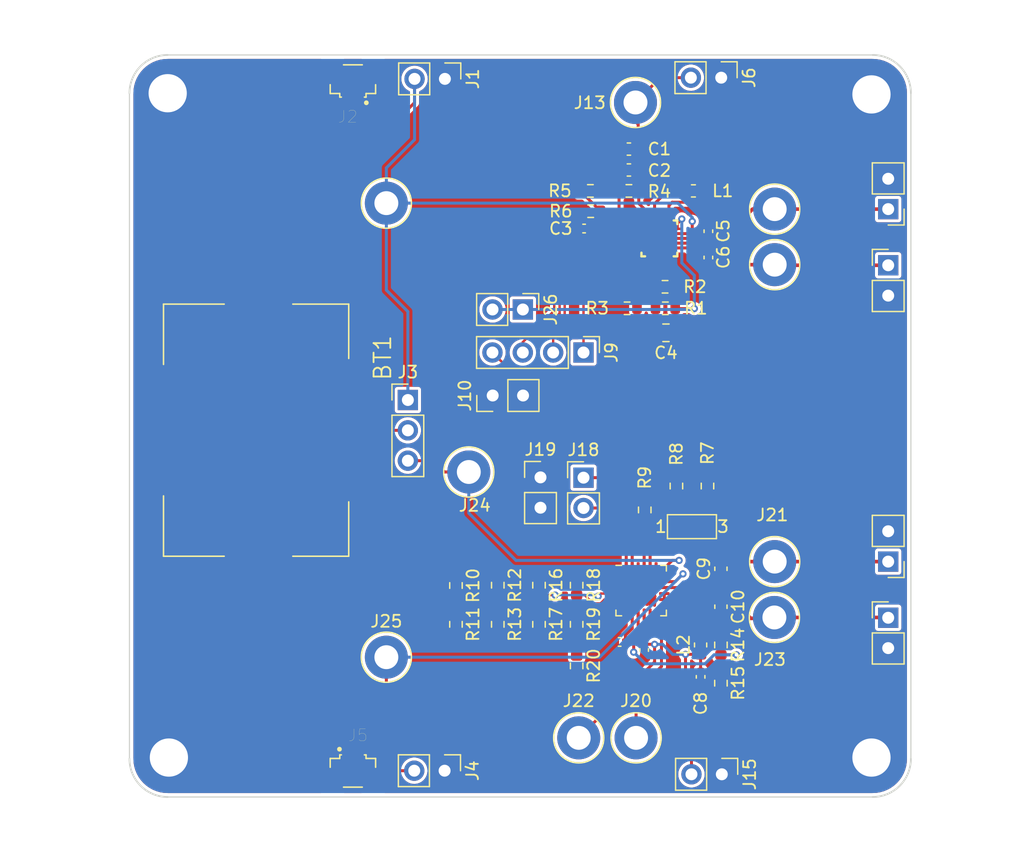
<source format=kicad_pcb>
(kicad_pcb (version 20211014) (generator pcbnew)
  (title_block (date "2022-08-19") (rev "1.0"))
  (layers (0 "F.Cu" signal) (31 "B.Cu" signal) (34 "B.Paste" user) (35 "F.Paste" user) (36 "B.SilkS" user "B.Silkscreen") (37 "F.SilkS" user "F.Silkscreen") (38 "B.Mask" user) (39 "F.Mask" user) (44 "Edge.Cuts" user))
  (net 0 "")
  (net 1 "GND")
  (net 2 "Net-(BT1-PadP1)")
  (net 3 "/SPV1050TTR/PV_MODULE")
  (net 4 "Net-(C3-Pad1)")
  (net 5 "/SPV1050TTR/STORE")
  (net 6 "/SPV1050TTR/Vout_3V3")
  (net 7 "/SPV1050TTR/Vout_1V8")
  (net 8 "Net-(C7-Pad1)")
  (net 9 "/ADP5091/SolarPanel")
  (net 10 "/ADP5091/Vout(MCU)")
  (net 11 "/ADP5091/Vout(Sens)")
  (net 12 "Net-(U2-Pad20)")
  (net 13 "/BatteryConnectors/BATT_SPV1050")
  (net 15 "/ADP5091/BACKUP-BATT_ADP5091")
  (net 16 "/ADP5091/BATT_ADP5091")
  (net 18 "/SPV1050TTR/BATT_OK")
  (net 19 "/SPV1050TTR/BATT_CHG")
  (net 20 "/SPV1050TTR/LDO_EN_1V8")
  (net 21 "/SPV1050TTR/LDO_EN_3V3")
  (net 22 "/ADP5091/REG_D1")
  (net 23 "/ADP5091/REG_D0")
  (net 24 "/ADP5091/LLD")
  (net 25 "Net-(JP1-Pad3)")
  (net 26 "Net-(JP1-Pad1)")
  (net 27 "Net-(L1-Pad1)")
  (net 28 "Net-(L1-Pad2)")
  (net 29 "Net-(L2-Pad2)")
  (net 30 "Net-(R1-Pad2)")
  (net 31 "Net-(R2-Pad2)")
  (net 32 "Net-(R4-Pad2)")
  (net 33 "Net-(R5-Pad2)")
  (net 34 "Net-(R9-Pad1)")
  (net 35 "Net-(R10-Pad1)")
  (net 36 "Net-(R10-Pad2)")
  (net 37 "Net-(R12-Pad2)")
  (net 38 "Net-(R14-Pad2)")
  (net 39 "Net-(R16-Pad2)")
  (net 40 "Net-(R18-Pad2)")
  (net 41 "Net-(R19-Pad2)")
  (footprint "MountingHole:MountingHole_3.2mm_M3_ISO14580_Pad" (layer "F.Cu") (at 94.2 62.8)
    (fp_text reference "H1" hide)
    (fp_text value "M3 - ISO14580")
  )
  (footprint "Resistor_SMD:R_0603_1608Metric" (layer "F.Cu") (at 121.825 107.25 -90)
    (fp_text reference "R13")
    (fp_text value "3.3M")
  )
  (footprint "TestPoint:TestPoint_Loop_D3.80mm_Drill2.0mm" (layer "F.Cu") (at 145 102)
    (fp_text reference "J21")
    (fp_text value "TestPoint - Red")
  )
  (footprint "Package_CSP:LFCSP-24-1EP_4x4mm_P0.5mm_EP2.3x2.3mm" (layer "F.Cu") (at 133.825 104.425)
    (fp_text reference "U2" hide)
    (fp_text value "ADP5091")
  )
  (footprint "Connector_PinHeader_2.54mm:PinHeader_1x02_P2.54mm_Vertical" (layer "F.Cu") (at 125.4 94.95)
    (fp_text reference "J19")
    (fp_text value "Conn_01x02")
  )
  (footprint "TestPoint:TestPoint_Loop_D3.80mm_Drill2.0mm" (layer "F.Cu") (at 145 77.15)
    (fp_text reference "J14" hide)
    (fp_text value "TestPoint - Orange")
  )
  (footprint "Resistor_SMD:R_0603_1608Metric" (layer "F.Cu") (at 121.825 103.975 -90)
    (fp_text reference "R12")
    (fp_text value "6.65M")
  )
  (footprint "KicadLibrary:JST_SM02B-SURS-TF(LF)(SN)" (layer "F.Cu") (at 109.7 62.875 180)
    (fp_text reference "J2")
    (fp_text value "JST_SM02B")
  )
  (footprint "Resistor_SMD:R_0603_1608Metric" (layer "F.Cu") (at 135.825 79 180)
    (fp_text reference "R2")
    (fp_text value "500K")
  )
  (footprint "TestPoint:TestPoint_Loop_D3.80mm_Drill2.0mm" (layer "F.Cu") (at 128.6 116.75)
    (fp_text reference "J22")
    (fp_text value "TestPoint - Purple")
  )
  (footprint "lib:BAT_BAT-HLD-001-TR" (layer "F.Cu") (at 101.8 91 -90)
    (fp_text reference "BT1")
    (fp_text value "BAT-HLD-001-TR")
  )
  (footprint "Connector_PinHeader_2.54mm:PinHeader_1x02_P2.54mm_Vertical" (layer "F.Cu") (at 154.5 77.2)
    (fp_text reference "J7" hide)
    (fp_text value "1V8")
  )
  (footprint "Connector_PinHeader_2.54mm:PinHeader_1x04_P2.54mm_Vertical" (layer "F.Cu") (at 129 84.5 -90)
    (fp_text reference "J9")
    (fp_text value "Conn_01x04")
  )
  (footprint "Capacitor_SMD:C_0603_1608Metric" (layer "F.Cu") (at 132.8 67.475 180)
    (fp_text reference "C1")
    (fp_text value "4.7uF/25V")
  )
  (footprint "Resistor_SMD:R_0603_1608Metric" (layer "F.Cu") (at 132.65 80.8 180)
    (fp_text reference "R3")
    (fp_text value "2.7M")
  )
  (footprint "Connector_PinHeader_2.54mm:PinHeader_1x02_P2.54mm_Vertical" (layer "F.Cu") (at 117.375 119.5 -90)
    (fp_text reference "J4")
    (fp_text value "Conn_LiPoBattery")
  )
  (footprint "Connector_PinHeader_2.54mm:PinHeader_1x02_P2.54mm_Vertical" (layer "F.Cu") (at 154.5 102 180)
    (fp_text reference "J16" hide)
    (fp_text value "Vout1")
  )
  (footprint "Capacitor_SMD:C_0402_1005Metric" (layer "F.Cu") (at 139.45 76.55 -90)
    (fp_text reference "C6")
    (fp_text value "100nF")
  )
  (footprint "TestPoint:TestPoint_Loop_D3.80mm_Drill2.0mm" (layer "F.Cu") (at 112.5 110)
    (fp_text reference "J25")
    (fp_text value "TestPoint - Black")
  )
  (footprint "Connector_PinHeader_2.54mm:PinHeader_1x02_P2.54mm_Vertical" (layer "F.Cu") (at 123.925 80.9 -90)
    (fp_text reference "J26")
    (fp_text value "Conn_01x02")
  )
  (footprint "TestPoint:TestPoint_Loop_D3.80mm_Drill2.0mm" (layer "F.Cu") (at 133.35 63.575)
    (fp_text reference "J13")
    (fp_text value "TestPoint - Purple")
  )
  (footprint "Connector_PinHeader_2.54mm:PinHeader_1x02_P2.54mm_Vertical" (layer "F.Cu") (at 129 94.975)
    (fp_text reference "J18")
    (fp_text value "Conn_01x02")
  )
  (footprint "MountingHole:MountingHole_3.2mm_M3_ISO14580_Pad" (layer "F.Cu") (at 94.3 118.4)
    (fp_text reference "H4" hide)
    (fp_text value "M3 - ISO14580")
  )
  (footprint "Capacitor_SMD:C_0402_1005Metric" (layer "F.Cu") (at 129.05 74.125 180)
    (fp_text reference "C3")
    (fp_text value "10nF")
  )
  (footprint "Resistor_SMD:R_0603_1608Metric" (layer "F.Cu") (at 132.8 70.975 180)
    (fp_text reference "R4")
    (fp_text value "10M")
  )
  (footprint "KicadLibrary:JST_SM02B-SURS-TF(LF)(SN)" (layer "F.Cu") (at 109.7 118.425)
    (fp_text reference "J5")
    (fp_text value "JST_SM02B")
  )
  (footprint "Capacitor_SMD:C_0805_2012Metric" (layer "F.Cu") (at 135.9 82.85 180)
    (fp_text reference "C4")
    (fp_text value "47uF/10V")
  )
  (footprint "Resistor_SMD:R_0603_1608Metric" (layer "F.Cu") (at 136.775 95.675 90)
    (fp_text reference "R8")
    (fp_text value "55.6K")
  )
  (footprint "Connector_PinHeader_2.54mm:PinHeader_1x02_P2.54mm_Vertical" (layer "F.Cu") (at 140.575 119.8 -90)
    (fp_text reference "J15")
    (fp_text value "Solar")
  )
  (footprint "Capacitor_SMD:C_0402_1005Metric" (layer "F.Cu") (at 132.025 108.725 180)
    (fp_text reference "C7" hide)
    (fp_text value "10nF")
  )
  (footprint "Resistor_SMD:R_0603_1608Metric" (layer "F.Cu") (at 125.275 103.975 -90)
    (fp_text reference "R16")
    (fp_text value "5.9M")
  )
  (footprint "Resistor_SMD:R_0603_1608Metric" (layer "F.Cu") (at 128.425 110.725 -90)
    (fp_text reference "R20")
    (fp_text value "3.3M")
  )
  (footprint "Connector_PinHeader_2.54mm:PinHeader_1x02_P2.54mm_Vertical" (layer "F.Cu") (at 140.525 61.5 -90)
    (fp_text reference "J6")
    (fp_text value "Solar")
  )
  (footprint "Connector_PinHeader_2.54mm:PinHeader_1x02_P2.54mm_Vertical" (layer "F.Cu") (at 154.5 106.7)
    (fp_text reference "J17" hide)
    (fp_text value "Vout2")
  )
  (footprint "Resistor_SMD:R_0603_1608Metric" (layer "F.Cu") (at 140.5 112.175 -90)
    (fp_text reference "R15")
    (fp_text value "18M")
  )
  (footprint "Resistor_SMD:R_0603_1608Metric" (layer "F.Cu") (at 128.425 107.25 -90)
    (fp_text reference "R19")
    (fp_text value "100K")
  )
  (footprint "Resistor_SMD:R_0603_1608Metric" (layer "F.Cu") (at 125.275 107.25 -90)
    (fp_text reference "R17")
    (fp_text value "4.22M")
  )
  (footprint "Inductor_SMD:L_0603_1608Metric" (layer "F.Cu") (at 138.8 108.975 90)
    (fp_text reference "L2")
    (fp_text value "22uH")
  )
  (footprint "Capacitor_SMD:C_0603_1608Metric" (layer "F.Cu") (at 140.5 102.6 90)
    (fp_text reference "C9")
    (fp_text value "4.7uF")
  )
  (footprint "lib:QFN40P300X300X100-21N" (layer "F.Cu") (at 135.35 74.95)
    (fp_text reference "U1" hide)
    (fp_text value "SPV1050TTR")
  )
  (footprint "MountingHole:MountingHole_3.2mm_M3_ISO14580_Pad" (layer "F.Cu") (at 153.1 118.4)
    (fp_text reference "H2" hide)
    (fp_text value "M3 - ISO14580")
  )
  (footprint "TestPoint:TestPoint_Loop_D3.80mm_Drill2.0mm" (layer "F.Cu") (at 119.4 94.5)
    (fp_text reference "J24")
    (fp_text value "TestPoint - Black")
  )
  (footprint "Resistor_SMD:R_0603_1608Metric" (layer "F.Cu") (at 135.85 80.8 180)
    (fp_text reference "R1")
    (fp_text value "6.2M")
  )
  (footprint "Resistor_SMD:R_0603_1608Metric" (layer "F.Cu") (at 134.125 97.675 90)
    (fp_text reference "R9")
    (fp_text value "150K")
  )
  (footprint "Inductor_SMD:L_0603_1608Metric" (layer "F.Cu") (at 138.2 70.975 180)
    (fp_text reference "L1")
    (fp_text value "22uH")
  )
  (footprint "TestPoint:TestPoint_Loop_D3.80mm_Drill2.0mm" (layer "F.Cu") (at 133.4 116.75)
    (fp_text reference "J20")
    (fp_text value "TestPoint - Black")
  )
  (footprint "Connector_PinHeader_2.54mm:PinHeader_1x02_P2.54mm_Vertical" (layer "F.Cu") (at 117.4 61.6 -90)
    (fp_text reference "J1")
    (fp_text value "Conn_LiPoBattery")
  )
  (footprint "Resistor_SMD:R_0603_1608Metric" (layer "F.Cu") (at 129.575 70.975 180)
    (fp_text reference "R5")
    (fp_text value "1M")
  )
  (footprint "Capacitor_SMD:C_0603_1608Metric" (layer "F.Cu") (at 132.8 69.225 180)
    (fp_text reference "C2")
    (fp_text value "DNM")
  )
  (footprint "Resistor_SMD:R_0603_1608Metric" (layer "F.Cu") (at 140.5 108.975 -90)
    (fp_text reference "R14")
    (fp_text value "4.7M")
  )
  (footprint "TestPoint:TestPoint_Loop_D3.80mm_Drill2.0mm" (layer "F.Cu") (at 144.975 106.675)
    (fp_text reference "J23")
    (fp_text value "TestPoint - Orange")
  )
  (footprint "Capacitor_SMD:C_0402_1005Metric" (layer "F.Cu") (at 134.075 109.4 90)
    (fp_text reference "C11" hide)
    (fp_text value "100nF")
  )
  (footprint "Capacitor_SMD:C_0402_1005Metric" (layer "F.Cu") (at 139.45 74.35 90)
    (fp_text reference "C5")
    (fp_text value "100nF")
  )
  (footprint "TestPoint:TestPoint_Loop_D3.80mm_Drill2.0mm" (layer "F.Cu") (at 112.5 72)
    (fp_text reference "J11" hide)
    (fp_text value "TestPoint - Black")
  )
  (footprint "Connector_PinHeader_2.54mm:PinHeader_1x03_P2.54mm_Vertical" (layer "F.Cu") (at 114.3 88.475)
    (fp_text reference "J3")
    (fp_text value "BATT / BACKUP")
  )
  (footprint "Capacitor_SMD:C_0402_1005Metric" (layer "F.Cu") (at 138.8 111.645 90)
    (fp_text reference "C8")
    (fp_text value "10uF/10V")
  )
  (footprint "Resistor_SMD:R_0603_1608Metric" (layer "F.Cu") (at 128.425 103.975 -90)
    (fp_text reference "R18")
    (fp_text value "6.65M")
  )
  (footprint "Jumper:SolderJumper-3_P1.3mm_Open_Pad1.0x1.5mm_NumberLabels" (layer "F.Cu") (at 138.075 99.075)
    (fp_text reference "JP1" hide)
    (fp_text value "SolderJumper_3_Open")
  )
  (footprint "Capacitor_SMD:C_0603_1608Metric" (layer "F.Cu") (at 140.5 105.775 -90)
    (fp_text reference "C10")
    (fp_text value "10uF")
  )
  (footprint "Connector_PinHeader_2.54mm:PinHeader_1x02_P2.54mm_Vertical" (layer "F.Cu") (at 121.4 88.1 90)
    (fp_text reference "J10")
    (fp_text value "Conn_01x02")
  )
  (footprint "Resistor_SMD:R_0603_1608Metric" (layer "F.Cu") (at 118.325 104 -90)
    (fp_text reference "R10")
    (fp_text value "5.9M")
  )
  (footprint "TestPoint:TestPoint_Loop_D3.80mm_Drill2.0mm" (layer "F.Cu") (at 145 72.5)
    (fp_text reference "J12" hide)
    (fp_text value "TestPoint - Red")
  )
  (footprint "Resistor_SMD:R_0603_1608Metric" (layer "F.Cu") (at 139.375 95.675 90)
    (fp_text reference "R7")
    (fp_text value "14K")
  )
  (footprint "MountingHole:MountingHole_3.2mm_M3_ISO14580_Pad" (layer "F.Cu") (at 153.1 62.9)
    (fp_text reference "H3" hide)
    (fp_text value "M3 - ISO14580")
  )
  (footprint "Connector_PinHeader_2.54mm:PinHeader_1x02_P2.54mm_Vertical" (layer "F.Cu") (at 154.5 72.5 180)
    (fp_text reference "J8" hide)
    (fp_text value "3V3")
  )
  (footprint "Resistor_SMD:R_0603_1608Metric" (layer "F.Cu") (at 129.6 72.675 180)
    (fp_text reference "R6")
    (fp_text value "5.6M")
  )
  (footprint "Resistor_SMD:R_0603_1608Metric" (layer "F.Cu") (at 118.325 107.25 -90)
    (fp_text reference "R11")
    (fp_text value "4.22M")
  )
  (gr_arc (start 91 62.8) (mid 91.937259 60.537259) (end 94.2 59.6) (layer "Edge.Cuts") (width 0.15))
  (gr_line (start 91 62.8) (end 91 118.5) (layer "Edge.Cuts") (width 0.1))
  (gr_line (start 94.2 121.7) (end 153.2 121.7) (layer "Edge.Cuts") (width 0.1))
  (gr_arc (start 153.2 59.6) (mid 155.462741 60.537259) (end 156.4 62.8) (layer "Edge.Cuts") (width 0.15))
  (gr_arc (start 94.2 121.7) (mid 91.937259 120.762741) (end 91 118.5) (layer "Edge.Cuts") (width 0.15))
  (gr_arc (start 156.4 118.5) (mid 155.462742 120.762741) (end 153.2 121.7) (layer "Edge.Cuts") (width 0.15))
  (gr_line (start 156.4 118.5) (end 156.4 62.8) (layer "Edge.Cuts") (width 0.1))
  (gr_line (start 153.2 59.6) (end 94.2 59.6) (layer "Edge.Cuts") (width 0.1))
  (segment (start 137.925 74.95) (end 139.005 73.87) (width 0.25) (layer "F.Cu") (net 1))
  (segment (start 133.85 75.35) (end 133.125 75.35) (width 0.25) (layer "F.Cu") (net 1))
  (segment (start 133.85 75.35) (end 134.95 75.35) (width 0.25) (layer "F.Cu") (net 1))
  (segment (start 132.575 105.675) (end 132.575 106.3625) (width 0.2) (layer "F.Cu") (net 1))
  (segment (start 135.35 73.45) (end 135.35 74.95) (width 0.25) (layer "F.Cu") (net 1))
  (segment (start 134.95 75.35) (end 135.35 74.95) (width 0.25) (layer "F.Cu") (net 1))
  (segment (start 133.825 104.425) (end 132.575 105.675) (width 0.2) (layer "F.Cu") (net 1))
  (segment (start 136.85 74.95) (end 137.925 74.95) (width 0.25) (layer "F.Cu") (net 1))
  (segment (start 139.005 73.87) (end 139.45 73.87) (width 0.25) (layer "F.Cu") (net 1))
  (segment (start 133.125 75.35) (end 132.8 75.675) (width 0.25) (layer "F.Cu") (net 1))
  (segment (start 111.875 90.15) (end 111.875 83.7) (width 0.25) (layer "F.Cu") (net 2))
  (segment (start 112.76 91.015) (end 114.3 91.015) (width 0.25) (layer "F.Cu") (net 2))
  (segment (start 111.875 98.2) (end 111.875 91.9) (width 0.25) (layer "F.Cu") (net 2))
  (segment (start 111.875 83.7) (end 107.725 79.55) (width 0.25) (layer "F.Cu") (net 2))
  (segment (start 107.725 79.55) (end 101.8 79.55) (width 0.25) (layer "F.Cu") (net 2))
  (segment (start 112.76 91.015) (end 112.74 91.015) (width 0.25) (layer "F.Cu") (net 2))
  (segment (start 112.74 91.015) (end 111.875 90.15) (width 0.25) (layer "F.Cu") (net 2))
  (segment (start 107.625 102.45) (end 111.875 98.2) (width 0.25) (layer "F.Cu") (net 2))
  (segment (start 111.875 91.9) (end 112.76 91.015) (width 0.25) (layer "F.Cu") (net 2))
  (segment (start 101.8 102.45) (end 107.625 102.45) (width 0.25) (layer "F.Cu") (net 2))
  (segment (start 133.35 65.175) (end 133.575 65.4) (width 0.25) (layer "F.Cu") (net 3))
  (segment (start 134.55 72.95) (end 133.625 72.025) (width 0.25) (layer "F.Cu") (net 3))
  (segment (start 133.625 70.975) (end 133.625 69.275) (width 0.25) (layer "F.Cu") (net 3))
  (segment (start 133.625 72.025) (end 133.625 70.975) (width 0.25) (layer "F.Cu") (net 3))
  (segment (start 133.35 63.575) (end 133.35 65.175) (width 0.25) (layer "F.Cu") (net 3))
  (segment (start 134.55 73.45) (end 134.55 72.95) (width 0.25) (layer "F.Cu") (net 3))
  (segment (start 133.575 65.4) (end 133.575 67.475) (width 0.25) (layer "F.Cu") (net 3))
  (segment (start 133.575 69.225) (end 133.575 67.475) (width 0.25) (layer "F.Cu") (net 3))
  (segment (start 133.625 69.275) (end 133.575 69.225) (width 0.25) (layer "F.Cu") (net 3))
  (segment (start 133.35 63.575) (end 135.425 61.5) (width 0.25) (layer "F.Cu") (net 3))
  (segment (start 135.425 61.5) (end 137.985 61.5) (width 0.25) (layer "F.Cu") (net 3))
  (segment (start 130.9 74.125) (end 129.53 74.125) (width 0.25) (layer "F.Cu") (net 4))
  (segment (start 131.725 74.95) (end 130.9 74.125) (width 0.25) (layer "F.Cu") (net 4))
  (segment (start 133.85 74.95) (end 131.725 74.95) (width 0.25) (layer "F.Cu") (net 4))
  (segment (start 136.675 80.8) (end 136.675 82.675) (width 0.25) (layer "F.Cu") (net 5))
  (segment (start 136.85 74.15) (end 136.85 73.7) (width 0.25) (layer "F.Cu") (net 5))
  (segment (start 136.7 80.825) (end 136.675 80.8) (width 0.25) (layer "F.Cu") (net 5))
  (segment (start 136.675 82.675) (end 136.85 82.85) (width 0.25) (layer "F.Cu") (net 5))
  (segment (start 138.275 80.825) (end 136.7 80.825) (width 0.25) (layer "F.Cu") (net 5))
  (segment (start 136.85 73.7) (end 137.225 73.325) (width 0.25) (layer "F.Cu") (net 5))
  (via (at 138.275 80.825) (size 0.6) (drill 0.3) (layers "F.Cu" "B.Cu") (net 5))
  (via (at 137.225 73.325) (size 0.6) (drill 0.3) (layers "F.Cu" "B.Cu") (net 5))
  (segment (start 123.925 80.9) (end 138.2 80.9) (width 0.25) (layer "B.Cu") (net 5))
  (segment (start 121.385 80.9) (end 123.925 80.9) (width 0.25) (layer "B.Cu") (net 5))
  (segment (start 138.275 78.05) (end 138.275 80.825) (width 0.25) (layer "B.Cu") (net 5))
  (segment (start 137.225 77) (end 138.275 78.05) (width 0.25) (layer "B.Cu") (net 5))
  (segment (start 137.225 73.325) (end 137.225 77) (width 0.25) (layer "B.Cu") (net 5))
  (segment (start 138.2 80.9) (end 138.275 80.825) (width 0.25) (layer "B.Cu") (net 5))
  (segment (start 143.15 72.5) (end 145 72.5) (width 0.3) (layer "F.Cu") (net 6))
  (segment (start 138.2 75.35) (end 138.225 75.325) (width 0.25) (layer "F.Cu") (net 6))
  (segment (start 138.72 74.83) (end 138.225 75.325) (width 0.3) (layer "F.Cu") (net 6))
  (segment (start 154.5 72.5) (end 145 72.5) (width 0.3) (layer "F.Cu") (net 6))
  (segment (start 136.85 75.35) (end 138.2 75.35) (width 0.25) (layer "F.Cu") (net 6))
  (segment (start 140.82 74.83) (end 143.15 72.5) (width 0.3) (layer "F.Cu") (net 6))
  (segment (start 139.45 74.83) (end 138.72 74.83) (width 0.3) (layer "F.Cu") (net 6))
  (segment (start 139.45 74.83) (end 140.82 74.83) (width 0.3) (layer "F.Cu") (net 6))
  (segment (start 137.995 76.07) (end 137.9 75.975) (width 0.3) (layer "F.Cu") (net 7))
  (segment (start 154.5 77.2) (end 145.05 77.2) (width 0.3) (layer "F.Cu") (net 7))
  (segment (start 141.07 76.07) (end 139.45 76.07) (width 0.3) (layer "F.Cu") (net 7))
  (segment (start 142.15 77.15) (end 141.07 76.07) (width 0.3) (layer "F.Cu") (net 7))
  (segment (start 137.675 75.75) (end 137.9 75.975) (width 0.25) (layer "F.Cu") (net 7))
  (segment (start 145 77.15) (end 142.15 77.15) (width 0.3) (layer "F.Cu") (net 7))
  (segment (start 136.85 75.75) (end 137.675 75.75) (width 0.25) (layer "F.Cu") (net 7))
  (segment (start 145.05 77.2) (end 145 77.15) (width 0.3) (layer "F.Cu") (net 7))
  (segment (start 139.45 76.07) (end 137.995 76.07) (width 0.3) (layer "F.Cu") (net 7))
  (segment (start 133.075 107.6) (end 133.075 106.3625) (width 0.25) (layer "F.Cu") (net 8))
  (segment (start 132.505 108.17) (end 133.075 107.6) (width 0.25) (layer "F.Cu") (net 8))
  (segment (start 132.505 108.725) (end 132.505 108.17) (width 0.25) (layer "F.Cu") (net 8))
  (segment (start 134.95 110.4) (end 134.95 108.925) (width 0.25) (layer "F.Cu") (net 9))
  (segment (start 134.075 106.3625) (end 134.075 108.92) (width 0.25) (layer "F.Cu") (net 9))
  (segment (start 137.5375 113.6375) (end 137.5375 109.7625) (width 0.25) (layer "F.Cu") (net 9))
  (segment (start 138.8875 109.7625) (end 140.5 108.15) (width 0.25) (layer "F.Cu") (net 9))
  (segment (start 138.8 109.7625) (end 137.5375 109.7625) (width 0.25) (layer "F.Cu") (net 9))
  (segment (start 134.075 108.92) (end 134.945 108.92) (width 0.25) (layer "F.Cu") (net 9))
  (segment (start 138.035 119.8) (end 138.035 114.135) (width 0.25) (layer "F.Cu") (net 9))
  (segment (start 128.6 116.75) (end 134.95 110.4) (width 0.25) (layer "F.Cu") (net 9))
  (segment (start 138.8 111.165) (end 138.8 109.7625) (width 0.25) (layer "F.Cu") (net 9))
  (segment (start 138.8 109.7625) (end 138.8875 109.7625) (width 0.25) (layer "F.Cu") (net 9))
  (segment (start 134.95 108.925) (end 134.945 108.92) (width 0.25) (layer "F.Cu") (net 9))
  (segment (start 138.035 114.135) (end 137.5375 113.6375) (width 0.25) (layer "F.Cu") (net 9))
  (via (at 134.95 108.925) (size 0.6) (drill 0.3) (layers "F.Cu" "B.Cu") (net 9))
  (via (at 137.5375 109.7625) (size 0.6) (drill 0.3) (layers "F.Cu" "B.Cu") (net 9))
  (segment (start 135.625 108.925) (end 136.4625 109.7625) (width 0.25) (layer "B.Cu") (net 9))
  (segment (start 134.95 108.925) (end 135.625 108.925) (width 0.25) (layer "B.Cu") (net 9))
  (segment (start 136.4625 109.7625) (end 137.5375 109.7625) (width 0.25) (layer "B.Cu") (net 9))
  (segment (start 141.375 103.375) (end 142.75 102) (width 0.3) (layer "F.Cu") (net 10))
  (segment (start 137.8 104.175) (end 137.1 104.175) (width 0.3) (layer "F.Cu") (net 10))
  (segment (start 140.5 103.375) (end 138.6 103.375) (width 0.3) (layer "F.Cu") (net 10))
  (segment (start 135.7625 104.175) (end 137.1 104.175) (width 0.25) (layer "F.Cu") (net 10))
  (segment (start 138.6 103.375) (end 137.8 104.175) (width 0.3) (layer "F.Cu") (net 10))
  (segment (start 142.75 102) (end 145 102) (width 0.3) (layer "F.Cu") (net 10))
  (segment (start 145 102) (end 154.5 102) (width 0.3) (layer "F.Cu") (net 10))
  (segment (start 140.5 103.375) (end 141.375 103.375) (width 0.3) (layer "F.Cu") (net 10))
  (segment (start 154.475 106.675) (end 154.5 106.7) (width 0.3) (layer "F.Cu") (net 11))
  (segment (start 135.7625 105.175) (end 135.7625 104.675) (width 0.25) (layer "F.Cu") (net 11))
  (segment (start 144.975 106.675) (end 154.475 106.675) (width 0.3) (layer "F.Cu") (net 11))
  (segment (start 137.75 105.175) (end 137.925 105) (width 0.3) (layer "F.Cu") (net 11))
  (segment (start 135.7625 105.175) (end 137.1 105.175) (width 0.25) (layer "F.Cu") (net 11))
  (segment (start 140.5 105) (end 141.25 105) (width 0.3) (layer "F.Cu") (net 11))
  (segment (start 143 106.75) (end 144.9 106.75) (width 0.3) (layer "F.Cu") (net 11))
  (segment (start 141.25 105) (end 143 106.75) (width 0.3) (layer "F.Cu") (net 11))
  (segment (start 137.1 105.175) (end 137.75 105.175) (width 0.3) (layer "F.Cu") (net 11))
  (segment (start 144.9 106.75) (end 144.975 106.675) (width 0.3) (layer "F.Cu") (net 11))
  (segment (start 137.925 105) (end 140.5 105) (width 0.3) (layer "F.Cu") (net 11))
  (segment (start 134.575 101.3) (end 134.975 100.9) (width 0.25) (layer "F.Cu") (net 12))
  (segment (start 137.5 100.9) (end 138.075 100.325) (width 0.25) (layer "F.Cu") (net 12))
  (segment (start 138.075 100.325) (end 138.075 99.075) (width 0.25) (layer "F.Cu") (net 12))
  (segment (start 134.975 100.9) (end 137.5 100.9) (width 0.25) (layer "F.Cu") (net 12))
  (segment (start 134.575 102.4875) (end 134.575 101.3) (width 0.25) (layer "F.Cu") (net 12))
  (segment (start 109.675 64.425) (end 114.025 64.425) (width 0.25) (layer "F.Cu") (net 13))
  (segment (start 114.025 64.425) (end 114.86 63.59) (width 0.25) (layer "F.Cu") (net 13))
  (segment (start 109.3 64.05) (end 109.675 64.425) (width 0.25) (layer "F.Cu") (net 13))
  (segment (start 137.7 74.55) (end 138.1 74.15) (width 0.25) (layer "F.Cu") (net 13))
  (segment (start 138.1 74.15) (end 138.1 73.525) (width 0.25) (layer "F.Cu") (net 13))
  (segment (start 114.86 63.59) (end 114.86 61.6) (width 0.25) (layer "F.Cu") (net 13))
  (segment (start 109.3 62.875) (end 109.3 64.05) (width 0.25) (layer "F.Cu") (net 13))
  (segment (start 136.85 74.55) (end 137.7 74.55) (width 0.25) (layer "F.Cu") (net 13))
  (via (at 138.1 73.525) (size 0.6) (drill 0.3) (layers "F.Cu" "B.Cu") (net 13))
  (segment (start 136.9 72) (end 112.5 72) (width 0.25) (layer "B.Cu") (net 13))
  (segment (start 112.5 72) (end 112.5 69.05) (width 0.25) (layer "B.Cu") (net 13))
  (segment (start 138.1 73.2) (end 136.9 72) (width 0.25) (layer "B.Cu") (net 13))
  (segment (start 138.1 73.525) (end 138.1 73.2) (width 0.25) (layer "B.Cu") (net 13))
  (segment (start 114.3 88.475) (end 114.3 81.075) (width 0.25) (layer "B.Cu") (net 13))
  (segment (start 112.5 69.05) (end 114.86 66.69) (width 0.25) (layer "B.Cu") (net 13))
  (segment (start 114.86 66.69) (end 114.86 61.6) (width 0.25) (layer "B.Cu") (net 13))
  (segment (start 114.3 81.075) (end 112.5 79.275) (width 0.25) (layer "B.Cu") (net 13))
  (segment (start 112.5 79.275) (end 112.5 72) (width 0.25) (layer "B.Cu") (net 13))
  (segment (start 135.7625 102.5625) (end 136.425 101.9) (width 0.25) (layer "F.Cu") (net 15))
  (segment (start 116.43 93.555) (end 114.3 93.555) (width 0.25) (layer "F.Cu") (net 15))
  (segment (start 135.7625 103.175) (end 135.7625 102.5625) (width 0.25) (layer "F.Cu") (net 15))
  (segment (start 136.425 101.9) (end 137 101.9) (width 0.25) (layer "F.Cu") (net 15))
  (segment (start 119.4 94.5) (end 117.375 94.5) (width 0.25) (layer "F.Cu") (net 15))
  (segment (start 117.375 94.5) (end 116.43 93.555) (width 0.25) (layer "F.Cu") (net 15))
  (via (at 137 101.9) (size 0.6) (drill 0.3) (layers "F.Cu" "B.Cu") (net 15))
  (segment (start 123.35 101.9) (end 119.4 97.95) (width 0.25) (layer "B.Cu") (net 15))
  (segment (start 119.4 97.95) (end 119.4 94.5) (width 0.25) (layer "B.Cu") (net 15))
  (segment (start 137 101.9) (end 123.35 101.9) (width 0.25) (layer "B.Cu") (net 15))
  (segment (start 112.5 114.1) (end 112.5 110) (width 0.25) (layer "F.Cu") (net 16))
  (segment (start 113.4 119.5) (end 112.325 118.425) (width 0.25) (layer "F.Cu") (net 16))
  (segment (start 110.1 118.425) (end 110.1 116.5) (width 0.25) (layer "F.Cu") (net 16))
  (segment (start 110.1 116.5) (end 112.5 114.1) (width 0.25) (layer "F.Cu") (net 16))
  (segment (start 135.7625 103.675) (end 136.675 103.675) (width 0.25) (layer "F.Cu") (net 16))
  (segment (start 112.325 118.425) (end 110.1 118.425) (width 0.25) (layer "F.Cu") (net 16))
  (segment (start 114.835 119.5) (end 113.4 119.5) (width 0.25) (layer "F.Cu") (net 16))
  (segment (start 136.675 103.675) (end 137.325 103.025) (width 0.25) (layer "F.Cu") (net 16))
  (via (at 137.325 103.025) (size 0.6) (drill 0.3) (layers "F.Cu" "B.Cu") (net 16))
  (segment (start 130.35 110) (end 112.5 110) (width 0.25) (layer "B.Cu") (net 16))
  (segment (start 137.325 103.025) (end 130.35 110) (width 0.25) (layer "B.Cu") (net 16))
  (segment (start 129 79.925) (end 129 84.5) (width 0.2) (layer "F.Cu") (net 18))
  (segment (start 135.35 77.175) (end 133.6 78.925) (width 0.2) (layer "F.Cu") (net 18))
  (segment (start 135.35 76.45) (end 135.35 77.175) (width 0.2) (layer "F.Cu") (net 18))
  (segment (start 133.6 78.925) (end 130 78.925) (width 0.2) (layer "F.Cu") (net 18))
  (segment (start 130 78.925) (end 129 79.925) (width 0.2) (layer "F.Cu") (net 18))
  (segment (start 134.95 77.025) (end 134.95 76.45) (width 0.2) (layer "F.Cu") (net 19))
  (segment (start 126.46 84.5) (end 126.46 82.715) (width 0.2) (layer "F.Cu") (net 19))
  (segment (start 128.375481 78.549519) (end 133.42548 78.54952) (width 0.2) (layer "F.Cu") (net 19))
  (segment (start 127.425 79.5) (end 128.375481 78.549519) (width 0.2) (layer "F.Cu") (net 19))
  (segment (start 126.46 82.715) (end 127.425 81.75) (width 0.2) (layer "F.Cu") (net 19))
  (segment (start 127.425 81.75) (end 127.425 79.5) (width 0.2) (layer "F.Cu") (net 19))
  (segment (start 133.42548 78.54952) (end 134.95 77.025) (width 0.2) (layer "F.Cu") (net 19))
  (segment (start 131.4 77.8) (end 133.45 75.75) (width 0.2) (layer "F.Cu") (net 20))
  (segment (start 126.55 79.2) (end 127.95 77.8) (width 0.2) (layer "F.Cu") (net 20))
  (segment (start 126.55 81) (end 126.55 79.2) (width 0.2) (layer "F.Cu") (net 20))
  (segment (start 123.92 84.5) (end 123.92 83.63) (width 0.2) (layer "F.Cu") (net 20))
  (segment (start 123.92 83.63) (end 126.55 81) (width 0.2) (layer "F.Cu") (net 20))
  (segment (start 127.95 77.8) (end 131.4 77.8) (width 0.2) (layer "F.Cu") (net 20))
  (segment (start 133.45 75.75) (end 133.85 75.75) (width 0.2) (layer "F.Cu") (net 20))
  (segment (start 127 81.225) (end 127 79.35) (width 0.2) (layer "F.Cu") (net 21))
  (segment (start 125.175 83.05) (end 127 81.225) (width 0.2) (layer "F.Cu") (net 21))
  (segment (start 127 79.35) (end 128.15 78.2) (width 0.2) (layer "F.Cu") (net 21))
  (segment (start 122.78 85.9) (end 124.65 85.9) (width 0.2) (layer "F.Cu") (net 21))
  (segment (start 133.275 78.2) (end 134.55 76.925) (width 0.2) (layer "F.Cu") (net 21))
  (segment (start 128.15 78.2) (end 133.275 78.2) (width 0.2) (layer "F.Cu") (net 21))
  (segment (start 124.65 85.9) (end 125.175 85.375) (width 0.2) (layer "F.Cu") (net 21))
  (segment (start 125.175 85.375) (end 125.175 83.05) (width 0.2) (layer "F.Cu") (net 21))
  (segment (start 121.38 84.5) (end 122.78 85.9) (width 0.2) (layer "F.Cu") (net 21))
  (segment (start 134.55 76.925) (end 134.55 76.45) (width 0.2) (layer "F.Cu") (net 21))
  (segment (start 131.875 99.175) (end 131.875 96.3) (width 0.25) (layer "F.Cu") (net 22))
  (segment (start 133.075 102.4875) (end 133.075 100.375) (width 0.25) (layer "F.Cu") (net 22))
  (segment (start 130.55 94.975) (end 129 94.975) (width 0.25) (layer "F.Cu") (net 22))
  (segment (start 131.875 96.3) (end 130.55 94.975) (width 0.25) (layer "F.Cu") (net 22))
  (segment (start 133.075 100.375) (end 131.875 99.175) (width 0.25) (layer "F.Cu") (net 22))
  (segment (start 131.275 99.275) (end 131.275 98.05) (width 0.25) (layer "F.Cu") (net 23))
  (segment (start 131.275 98.05) (end 130.74 97.515) (width 0.25) (layer "F.Cu") (net 23))
  (segment (start 130.74 97.515) (end 129 97.515) (width 0.25) (layer "F.Cu") (net 23))
  (segment (start 132.575 100.575) (end 131.275 99.275) (width 0.25) (layer "F.Cu") (net 23))
  (segment (start 132.575 102.4875) (end 132.575 100.575) (width 0.25) (layer "F.Cu") (net 23))
  (segment (start 135.525 108.45) (end 134.575 107.5) (width 0.25) (layer "F.Cu") (net 24))
  (segment (start 133.4 116.75) (end 133.4 112.9) (width 0.25) (layer "F.Cu") (net 24))
  (segment (start 134.575 107.5) (end 134.575 106.3625) (width 0.25) (layer "F.Cu") (net 24))
  (segment (start 133.4 112.9) (end 135.525 110.775) (width 0.25) (layer "F.Cu") (net 24))
  (segment (start 135.525 110.775) (end 135.525 108.45) (width 0.25) (layer "F.Cu") (net 24))
  (segment (start 139.375 99.075) (end 139.375 96.5) (width 0.25) (layer "F.Cu") (net 25))
  (segment (start 136.775 99.075) (end 136.775 96.5) (width 0.25) (layer "F.Cu") (net 26))
  (segment (start 136.15 72.2) (end 136.15 73.45) (width 0.25) (layer "F.Cu") (net 27))
  (segment (start 136.425 71.925) (end 136.15 72.2) (width 0.25) (layer "F.Cu") (net 27))
  (segment (start 138.9875 70.975) (end 138.0375 71.925) (width 0.25) (layer "F.Cu") (net 27))
  (segment (start 138.0375 71.925) (end 136.425 71.925) (width 0.25) (layer "F.Cu") (net 27))
  (segment (start 134.95 73.45) (end 134.95 72.05) (width 0.25) (layer "F.Cu") (net 28))
  (segment (start 134.95 72.05) (end 136.025 70.975) (width 0.25) (layer "F.Cu") (net 28))
  (segment (start 136.025 70.975) (end 137.4125 70.975) (width 0.25) (layer "F.Cu") (net 28))
  (segment (start 137.45 105.675) (end 138.8 107.025) (width 0.25) (layer "F.Cu") (net 29))
  (segment (start 135.7625 105.675) (end 137.45 105.675) (width 0.25) (layer "F.Cu") (net 29))
  (segment (start 138.8 107.025) (end 138.8 108.1875) (width 0.25) (layer "F.Cu") (net 29))
  (segment (start 135.025 80.625) (end 136.65 79) (width 0.25) (layer "F.Cu") (net 30))
  (segment (start 136.15 77.475) (end 136.15 76.45) (width 0.25) (layer "F.Cu") (net 30))
  (segment (start 136.65 77.975) (end 136.15 77.475) (width 0.25) (layer "F.Cu") (net 30))
  (segment (start 135.025 80.8) (end 135.025 80.625) (width 0.25) (layer "F.Cu") (net 30))
  (segment (start 136.65 79) (end 136.65 77.975) (width 0.25) (layer "F.Cu") (net 30))
  (segment (start 135.75 77.525) (end 135.75 76.45) (width 0.25) (layer "F.Cu") (net 31))
  (segment (start 133.475 80.525) (end 135 79) (width 0.25) (layer "F.Cu") (net 31))
  (segment (start 135 79) (end 135 78.275) (width 0.25) (layer "F.Cu") (net 31))
  (segment (start 133.475 80.8) (end 133.475 80.525) (width 0.25) (layer "F.Cu") (net 31))
  (segment (start 135 78.275) (end 135.75 77.525) (width 0.25) (layer "F.Cu") (net 31))
  (segment (start 132.875 74.15) (end 131.975 73.25) (width 0.25) (layer "F.Cu") (net 32))
  (segment (start 131.975 70.975) (end 130.4 70.975) (width 0.25) (layer "F.Cu") (net 32))
  (segment (start 131.975 73.25) (end 131.975 70.975) (width 0.25) (layer "F.Cu") (net 32))
  (segment (start 133.85 74.15) (end 132.875 74.15) (width 0.25) (layer "F.Cu") (net 32))
  (segment (start 132.3 74.55) (end 133.85 74.55) (width 0.25) (layer "F.Cu") (net 33))
  (segment (start 128.75 71) (end 130.425 72.675) (width 0.25) (layer "F.Cu") (net 33))
  (segment (start 128.75 70.975) (end 128.75 71) (width 0.25) (layer "F.Cu") (net 33))
  (segment (start 130.425 72.675) (end 132.3 74.55) (width 0.25) (layer "F.Cu") (net 33))
  (segment (start 134.075 102.4875) (end 134.075 98.55) (width 0.25) (layer "F.Cu") (net 34))
  (segment (start 134.075 98.55) (end 134.125 98.5) (width 0.25) (layer "F.Cu") (net 34))
  (segment (start 128.45 103.175) (end 128.425 103.15) (width 0.2) (layer "F.Cu") (net 35))
  (segment (start 118.35 103.15) (end 118.325 103.175) (width 0.2) (layer "F.Cu") (net 35))
  (segment (start 125.275 103.15) (end 121.825 103.15) (width 0.2) (layer "F.Cu") (net 35))
  (segment (start 121.825 103.15) (end 118.35 103.15) (width 0.2) (layer "F.Cu") (net 35))
  (segment (start 131.8875 103.175) (end 128.45 103.175) (width 0.2) (layer "F.Cu") (net 35))
  (segment (start 128.425 103.15) (end 125.275 103.15) (width 0.2) (layer "F.Cu") (net 35))
  (segment (start 129.7 103.8) (end 129.825 103.675) (width 0.2) (layer "F.Cu") (net 36))
  (segment (start 118.325 104.825) (end 119.35 103.8) (width 0.2) (layer "F.Cu") (net 36))
  (segment (start 119.35 103.8) (end 129.7 103.8) (width 0.2) (layer "F.Cu") (net 36))
  (segment (start 118.325 106.425) (end 118.325 104.825) (width 0.2) (layer "F.Cu") (net 36))
  (segment (start 129.825 103.675) (end 131.8875 103.675) (width 0.2) (layer "F.Cu") (net 36))
  (segment (start 131.8875 104.175) (end 131.86298 104.15048) (width 0.2) (layer "F.Cu") (net 37))
  (segment (start 131.86298 104.15048) (end 123.22452 104.15048) (width 0.2) (layer "F.Cu") (net 37))
  (segment (start 121.825 106.425) (end 121.825 104.8) (width 0.2) (layer "F.Cu") (net 37))
  (segment (start 123.22452 104.15048) (end 122.575 104.8) (width 0.2) (layer "F.Cu") (net 37))
  (segment (start 122.575 104.8) (end 121.825 104.8) (width 0.2) (layer "F.Cu") (net 37))
  (segment (start 133.575 108.2) (end 133.2 108.575) (width 0.25) (layer "F.Cu") (net 38))
  (segment (start 140.5 109.8) (end 140.5 111.35) (width 0.25) (layer "F.Cu") (net 38))
  (segment (start 133.2 108.575) (end 133.2 109.575) (width 0.25) (layer "F.Cu") (net 38))
  (segment (start 133.575 106.3625) (end 133.575 108.2) (width 0.25) (layer "F.Cu") (net 38))
  (segment (start 140.5 109.8) (end 141.8 109.8) (width 0.25) (layer "F.Cu") (net 38))
  (via (at 133.2 109.575) (size 0.6) (drill 0.3) (layers "F.Cu" "B.Cu") (net 38))
  (via (at 141.8 109.8) (size 0.6) (drill 0.3) (layers "F.Cu" "B.Cu") (net 38))
  (segment (start 133.2 109.575) (end 134.175 110.55) (width 0.25) (layer "B.Cu") (net 38))
  (segment (start 134.175 110.55) (end 139.175 110.55) (width 0.25) (layer "B.Cu") (net 38))
  (segment (start 139.925 109.8) (end 141.8 109.8) (width 0.25) (layer "B.Cu") (net 38))
  (segment (start 139.175 110.55) (end 139.925 109.8) (width 0.25) (layer "B.Cu") (net 38))
  (segment (start 130.45 104.675) (end 130.225 104.9) (width 0.2) (layer "F.Cu") (net 39))
  (segment (start 125.275 104.8) (end 126.625 104.8) (width 0.2) (layer "F.Cu") (net 39))
  (segment (start 131.8875 104.675) (end 130.45 104.675) (width 0.2) (layer "F.Cu") (net 39))
  (segment (start 125.275 106.425) (end 125.275 104.8) (width 0.2) (layer "F.Cu") (net 39))
  (via (at 126.625 104.8) (size 0.6) (drill 0.3) (layers "F.Cu" "B.Cu") (net 39))
  (via (at 130.225 104.9) (size 0.6) (drill 0.3) (layers "F.Cu" "B.Cu") (net 39))
  (segment (start 130.125 104.8) (end 130.225 104.9) (width 0.2) (layer "B.Cu") (net 39))
  (segment (start 126.625 104.8) (end 130.125 104.8) (width 0.2) (layer "B.Cu") (net 39))
  (segment (start 129.8 105.5) (end 129.1 104.8) (width 0.2) (layer "F.Cu") (net 40))
  (segment (start 128.425 106.425) (end 128.425 104.8) (width 0.2) (layer "F.Cu") (net 40))
  (segment (start 130.75 105.175) (end 130.425 105.5) (width 0.2) (layer "F.Cu") (net 40))
  (segment (start 130.425 105.5) (end 129.8 105.5) (width 0.2) (layer "F.Cu") (net 40))
  (segment (start 131.8875 105.175) (end 130.75 105.175) (width 0.2) (layer "F.Cu") (net 40))
  (segment (start 129.1 104.8) (end 128.425 104.8) (width 0.2) (layer "F.Cu") (net 40))
  (segment (start 128.425 109.9) (end 128.425 108.075) (width 0.2) (layer "F.Cu") (net 41))
  (segment (start 130.775 105.675) (end 130 106.45) (width 0.2) (layer "F.Cu") (net 41))
  (segment (start 130 106.45) (end 130 107.55) (width 0.2) (layer "F.Cu") (net 41))
  (segment (start 131.8875 105.675) (end 130.775 105.675) (width 0.2) (layer "F.Cu") (net 41))
  (segment (start 130 107.55) (end 129.475 108.075) (width 0.2) (layer "F.Cu") (net 41))
  (segment (start 129.475 108.075) (end 128.425 108.075) (width 0.2) (layer "F.Cu") (net 41))
  (zone (net 1) (net_name "GND") (layers F&B.Cu) (connect_pads yes (clearance 0.254)) (min_thickness 0.254) (fill yes (thermal_gap 0.508) (thermal_bridge_width 0.508))
    (polygon (pts (xy 156.4 121.7) (xy 91 121.7) (xy 91 59.6) (xy 156.4 59.6)))
  )
)
</source>
